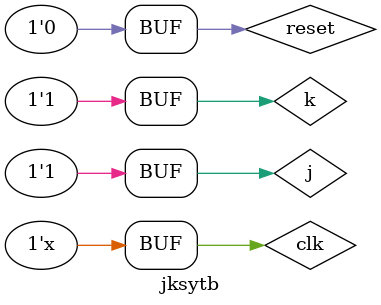
<source format=v>
`timescale 1ns / 1ps


module jksytb;

	// Inputs
	reg clk;
	reg reset;
	reg j;
	reg k;

	// Outputs
	wire q;

	// Instantiate the Unit Under Test (UUT)
	jksy uut (
		.clk(clk), 
		.reset(reset), 
		.j(j), 
		.k(k), 
		.q(q)
	);
	initial begin
	$monitor("clk=%b,reset=%b,j=%b,k=%b,q=%b",clk,reset,j,k,q);
	end

	initial begin
		// Initialize Inputs
		clk = 0;
		reset = 1;
		// Wait 100 ns for global reset to finish
		#100;reset = 0;clk=1;
		#100;j = 0;k = 0;
		#100;j = 0;k = 1;
		#100;j = 1;k = 0;
		#100;j = 1;k = 1;
		
        
		// Add stimulus here

	end
	always
	#50 clk=~clk;
      
endmodule


</source>
